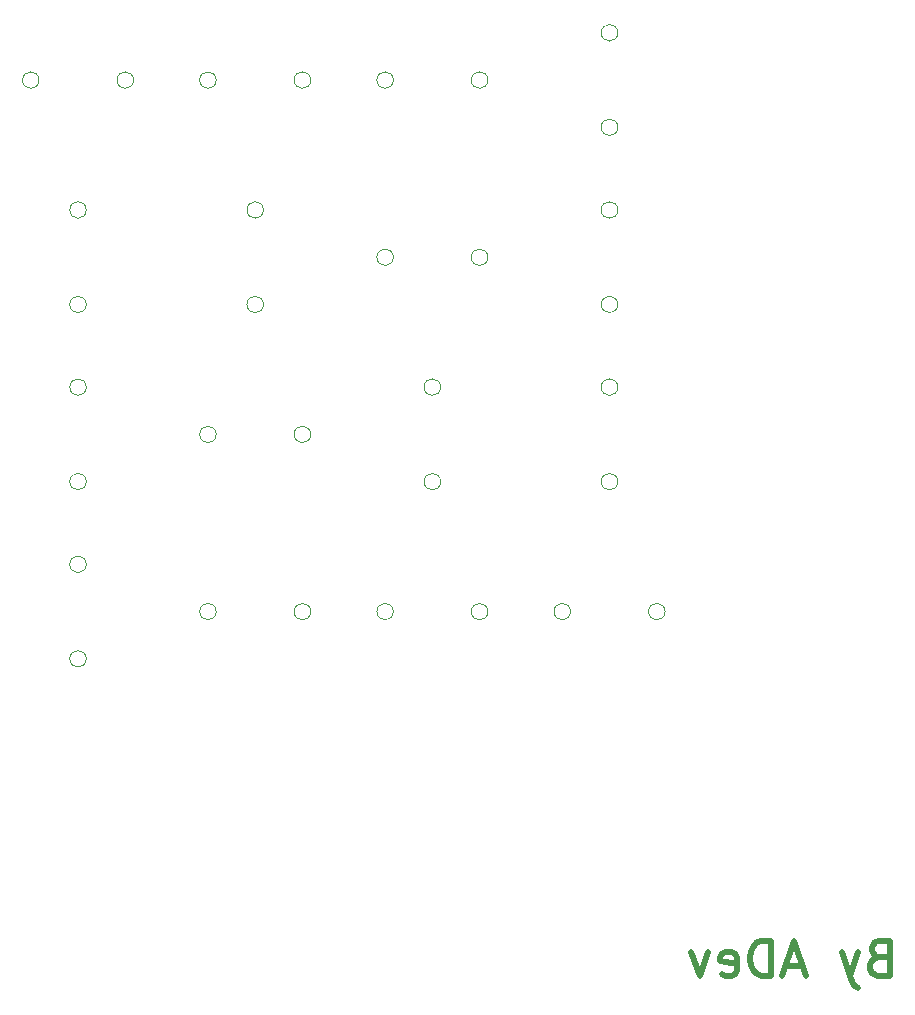
<source format=gbr>
%TF.GenerationSoftware,KiCad,Pcbnew,8.0.5-unknown-202409071504~dab3a38815~ubuntu22.04.1*%
%TF.CreationDate,2024-09-09T13:20:24+01:00*%
%TF.ProjectId,LIS3DH_array,4c495333-4448-45f6-9172-7261792e6b69,rev?*%
%TF.SameCoordinates,Original*%
%TF.FileFunction,Legend,Bot*%
%TF.FilePolarity,Positive*%
%FSLAX46Y46*%
G04 Gerber Fmt 4.6, Leading zero omitted, Abs format (unit mm)*
G04 Created by KiCad (PCBNEW 8.0.5-unknown-202409071504~dab3a38815~ubuntu22.04.1) date 2024-09-09 13:20:24*
%MOMM*%
%LPD*%
G01*
G04 APERTURE LIST*
%ADD10C,0.500000*%
%ADD11C,0.120000*%
%ADD12C,1.000000*%
G04 APERTURE END LIST*
D10*
X167785714Y-154290428D02*
X167357142Y-154433285D01*
X167357142Y-154433285D02*
X167214285Y-154576142D01*
X167214285Y-154576142D02*
X167071428Y-154861857D01*
X167071428Y-154861857D02*
X167071428Y-155290428D01*
X167071428Y-155290428D02*
X167214285Y-155576142D01*
X167214285Y-155576142D02*
X167357142Y-155719000D01*
X167357142Y-155719000D02*
X167642857Y-155861857D01*
X167642857Y-155861857D02*
X168785714Y-155861857D01*
X168785714Y-155861857D02*
X168785714Y-152861857D01*
X168785714Y-152861857D02*
X167785714Y-152861857D01*
X167785714Y-152861857D02*
X167500000Y-153004714D01*
X167500000Y-153004714D02*
X167357142Y-153147571D01*
X167357142Y-153147571D02*
X167214285Y-153433285D01*
X167214285Y-153433285D02*
X167214285Y-153719000D01*
X167214285Y-153719000D02*
X167357142Y-154004714D01*
X167357142Y-154004714D02*
X167500000Y-154147571D01*
X167500000Y-154147571D02*
X167785714Y-154290428D01*
X167785714Y-154290428D02*
X168785714Y-154290428D01*
X166071428Y-153861857D02*
X165357142Y-155861857D01*
X164642857Y-153861857D02*
X165357142Y-155861857D01*
X165357142Y-155861857D02*
X165642857Y-156576142D01*
X165642857Y-156576142D02*
X165785714Y-156719000D01*
X165785714Y-156719000D02*
X166071428Y-156861857D01*
X161357143Y-155004714D02*
X159928572Y-155004714D01*
X161642857Y-155861857D02*
X160642857Y-152861857D01*
X160642857Y-152861857D02*
X159642857Y-155861857D01*
X158642857Y-155861857D02*
X158642857Y-152861857D01*
X158642857Y-152861857D02*
X157928571Y-152861857D01*
X157928571Y-152861857D02*
X157500000Y-153004714D01*
X157500000Y-153004714D02*
X157214285Y-153290428D01*
X157214285Y-153290428D02*
X157071428Y-153576142D01*
X157071428Y-153576142D02*
X156928571Y-154147571D01*
X156928571Y-154147571D02*
X156928571Y-154576142D01*
X156928571Y-154576142D02*
X157071428Y-155147571D01*
X157071428Y-155147571D02*
X157214285Y-155433285D01*
X157214285Y-155433285D02*
X157500000Y-155719000D01*
X157500000Y-155719000D02*
X157928571Y-155861857D01*
X157928571Y-155861857D02*
X158642857Y-155861857D01*
X154500000Y-155719000D02*
X154785714Y-155861857D01*
X154785714Y-155861857D02*
X155357143Y-155861857D01*
X155357143Y-155861857D02*
X155642857Y-155719000D01*
X155642857Y-155719000D02*
X155785714Y-155433285D01*
X155785714Y-155433285D02*
X155785714Y-154290428D01*
X155785714Y-154290428D02*
X155642857Y-154004714D01*
X155642857Y-154004714D02*
X155357143Y-153861857D01*
X155357143Y-153861857D02*
X154785714Y-153861857D01*
X154785714Y-153861857D02*
X154500000Y-154004714D01*
X154500000Y-154004714D02*
X154357143Y-154290428D01*
X154357143Y-154290428D02*
X154357143Y-154576142D01*
X154357143Y-154576142D02*
X155785714Y-154861857D01*
X153357142Y-153861857D02*
X152642856Y-155861857D01*
X152642856Y-155861857D02*
X151928571Y-153861857D01*
D11*
%TO.C,TP16*%
X134700000Y-95005000D02*
G75*
G02*
X133300000Y-95005000I-700000J0D01*
G01*
X133300000Y-95005000D02*
G75*
G02*
X134700000Y-95005000I700000J0D01*
G01*
%TO.C,TP19*%
X96700000Y-80005000D02*
G75*
G02*
X95300000Y-80005000I-700000J0D01*
G01*
X95300000Y-80005000D02*
G75*
G02*
X96700000Y-80005000I700000J0D01*
G01*
%TO.C,TP24*%
X115700001Y-99000000D02*
G75*
G02*
X114300001Y-99000000I-700000J0D01*
G01*
X114300001Y-99000000D02*
G75*
G02*
X115700001Y-99000000I700000J0D01*
G01*
%TO.C,TP59*%
X134700000Y-125004999D02*
G75*
G02*
X133300000Y-125004999I-700000J0D01*
G01*
X133300000Y-125004999D02*
G75*
G02*
X134700000Y-125004999I700000J0D01*
G01*
%TO.C,TP12*%
X134700000Y-80005000D02*
G75*
G02*
X133300000Y-80005000I-700000J0D01*
G01*
X133300000Y-80005000D02*
G75*
G02*
X134700000Y-80005000I700000J0D01*
G01*
%TO.C,TP47*%
X145699999Y-106000000D02*
G75*
G02*
X144299999Y-106000000I-700000J0D01*
G01*
X144299999Y-106000000D02*
G75*
G02*
X145699999Y-106000000I700000J0D01*
G01*
%TO.C,TP21*%
X126700000Y-80005000D02*
G75*
G02*
X125300000Y-80005000I-700000J0D01*
G01*
X125300000Y-80005000D02*
G75*
G02*
X126700000Y-80005000I700000J0D01*
G01*
%TO.C,TP38*%
X111700000Y-110005000D02*
G75*
G02*
X110300000Y-110005000I-700000J0D01*
G01*
X110300000Y-110005000D02*
G75*
G02*
X111700000Y-110005000I700000J0D01*
G01*
%TO.C,TP27*%
X100700001Y-114000000D02*
G75*
G02*
X99300001Y-114000000I-700000J0D01*
G01*
X99300001Y-114000000D02*
G75*
G02*
X100700001Y-114000000I700000J0D01*
G01*
%TO.C,TP58*%
X126700000Y-125005000D02*
G75*
G02*
X125300000Y-125005000I-700000J0D01*
G01*
X125300000Y-125005000D02*
G75*
G02*
X126700000Y-125005000I700000J0D01*
G01*
%TO.C,TP55*%
X119700000Y-125004999D02*
G75*
G02*
X118300000Y-125004999I-700000J0D01*
G01*
X118300000Y-125004999D02*
G75*
G02*
X119700000Y-125004999I700000J0D01*
G01*
%TO.C,TP63*%
X149700000Y-125004999D02*
G75*
G02*
X148300000Y-125004999I-700000J0D01*
G01*
X148300000Y-125004999D02*
G75*
G02*
X149700000Y-125004999I700000J0D01*
G01*
%TO.C,TP14*%
X100700000Y-91000000D02*
G75*
G02*
X99300000Y-91000000I-700000J0D01*
G01*
X99300000Y-91000000D02*
G75*
G02*
X100700000Y-91000000I700000J0D01*
G01*
%TO.C,TP25*%
X126700000Y-95005000D02*
G75*
G02*
X125300000Y-95005000I-700000J0D01*
G01*
X125300000Y-95005000D02*
G75*
G02*
X126700000Y-95005000I700000J0D01*
G01*
%TO.C,TP62*%
X141700000Y-125005000D02*
G75*
G02*
X140300000Y-125005000I-700000J0D01*
G01*
X140300000Y-125005000D02*
G75*
G02*
X141700000Y-125005000I700000J0D01*
G01*
%TO.C,TP11*%
X119700000Y-80005000D02*
G75*
G02*
X118300000Y-80005000I-700000J0D01*
G01*
X118300000Y-80005000D02*
G75*
G02*
X119700000Y-80005000I700000J0D01*
G01*
%TO.C,TP13*%
X145700000Y-84000000D02*
G75*
G02*
X144300000Y-84000000I-700000J0D01*
G01*
X144300000Y-84000000D02*
G75*
G02*
X145700000Y-84000000I700000J0D01*
G01*
%TO.C,TP15*%
X115700000Y-91000000D02*
G75*
G02*
X114300000Y-91000000I-700000J0D01*
G01*
X114300000Y-91000000D02*
G75*
G02*
X115700000Y-91000000I700000J0D01*
G01*
%TO.C,TP23*%
X100700001Y-99000000D02*
G75*
G02*
X99300001Y-99000000I-700000J0D01*
G01*
X99300001Y-99000000D02*
G75*
G02*
X100700001Y-99000000I700000J0D01*
G01*
%TO.C,TP54*%
X111700000Y-125005000D02*
G75*
G02*
X110300000Y-125005000I-700000J0D01*
G01*
X110300000Y-125005000D02*
G75*
G02*
X111700000Y-125005000I700000J0D01*
G01*
%TO.C,TP26*%
X145699999Y-91000000D02*
G75*
G02*
X144299999Y-91000000I-700000J0D01*
G01*
X144299999Y-91000000D02*
G75*
G02*
X145699999Y-91000000I700000J0D01*
G01*
%TO.C,TP46*%
X145700000Y-114000000D02*
G75*
G02*
X144300000Y-114000000I-700000J0D01*
G01*
X144300000Y-114000000D02*
G75*
G02*
X145700000Y-114000000I700000J0D01*
G01*
%TO.C,TP50*%
X100700000Y-121000000D02*
G75*
G02*
X99300000Y-121000000I-700000J0D01*
G01*
X99300000Y-121000000D02*
G75*
G02*
X100700000Y-121000000I700000J0D01*
G01*
%TO.C,TP22*%
X145699999Y-76000000D02*
G75*
G02*
X144299999Y-76000000I-700000J0D01*
G01*
X144299999Y-76000000D02*
G75*
G02*
X145699999Y-76000000I700000J0D01*
G01*
%TO.C,TP17*%
X145700000Y-99000000D02*
G75*
G02*
X144300000Y-99000000I-700000J0D01*
G01*
X144300000Y-99000000D02*
G75*
G02*
X145700000Y-99000000I700000J0D01*
G01*
%TO.C,TP42*%
X130700000Y-114000000D02*
G75*
G02*
X129300000Y-114000000I-700000J0D01*
G01*
X129300000Y-114000000D02*
G75*
G02*
X130700000Y-114000000I700000J0D01*
G01*
%TO.C,TP18*%
X100700000Y-106000000D02*
G75*
G02*
X99300000Y-106000000I-700000J0D01*
G01*
X99300000Y-106000000D02*
G75*
G02*
X100700000Y-106000000I700000J0D01*
G01*
%TO.C,TP39*%
X119700000Y-110004999D02*
G75*
G02*
X118300000Y-110004999I-700000J0D01*
G01*
X118300000Y-110004999D02*
G75*
G02*
X119700000Y-110004999I700000J0D01*
G01*
%TO.C,TP43*%
X130699999Y-106000000D02*
G75*
G02*
X129299999Y-106000000I-700000J0D01*
G01*
X129299999Y-106000000D02*
G75*
G02*
X130699999Y-106000000I700000J0D01*
G01*
%TO.C,TP51*%
X100700001Y-129000000D02*
G75*
G02*
X99300001Y-129000000I-700000J0D01*
G01*
X99300001Y-129000000D02*
G75*
G02*
X100700001Y-129000000I700000J0D01*
G01*
%TO.C,TP10*%
X104700000Y-80005000D02*
G75*
G02*
X103300000Y-80005000I-700000J0D01*
G01*
X103300000Y-80005000D02*
G75*
G02*
X104700000Y-80005000I700000J0D01*
G01*
%TO.C,TP20*%
X111700000Y-80005000D02*
G75*
G02*
X110300000Y-80005000I-700000J0D01*
G01*
X110300000Y-80005000D02*
G75*
G02*
X111700000Y-80005000I700000J0D01*
G01*
%TD*%
%LPC*%
D12*
%TO.C,TP16*%
X134000000Y-95005000D03*
%TD*%
%TO.C,TP19*%
X96000000Y-80005000D03*
%TD*%
%TO.C,TP24*%
X115000001Y-99000000D03*
%TD*%
%TO.C,TP59*%
X134000000Y-125004999D03*
%TD*%
%TO.C,TP12*%
X134000000Y-80005000D03*
%TD*%
%TO.C,TP47*%
X144999999Y-106000000D03*
%TD*%
%TO.C,TP21*%
X126000000Y-80005000D03*
%TD*%
%TO.C,TP38*%
X111000000Y-110005000D03*
%TD*%
%TO.C,TP27*%
X100000001Y-114000000D03*
%TD*%
%TO.C,TP58*%
X126000000Y-125005000D03*
%TD*%
%TO.C,TP55*%
X119000000Y-125004999D03*
%TD*%
%TO.C,TP63*%
X149000000Y-125004999D03*
%TD*%
%TO.C,TP14*%
X100000000Y-91000000D03*
%TD*%
%TO.C,TP25*%
X126000000Y-95005000D03*
%TD*%
%TO.C,TP62*%
X141000000Y-125005000D03*
%TD*%
%TO.C,TP11*%
X119000000Y-80005000D03*
%TD*%
%TO.C,TP13*%
X145000000Y-84000000D03*
%TD*%
%TO.C,TP15*%
X115000000Y-91000000D03*
%TD*%
%TO.C,TP23*%
X100000001Y-99000000D03*
%TD*%
%TO.C,TP54*%
X111000000Y-125005000D03*
%TD*%
%TO.C,TP26*%
X144999999Y-91000000D03*
%TD*%
%TO.C,TP46*%
X145000000Y-114000000D03*
%TD*%
%TO.C,TP50*%
X100000000Y-121000000D03*
%TD*%
%TO.C,TP22*%
X144999999Y-76000000D03*
%TD*%
%TO.C,TP17*%
X145000000Y-99000000D03*
%TD*%
%TO.C,TP42*%
X130000000Y-114000000D03*
%TD*%
%TO.C,TP18*%
X100000000Y-106000000D03*
%TD*%
%TO.C,TP39*%
X119000000Y-110004999D03*
%TD*%
%TO.C,TP43*%
X129999999Y-106000000D03*
%TD*%
%TO.C,TP51*%
X100000001Y-129000000D03*
%TD*%
%TO.C,TP10*%
X104000000Y-80005000D03*
%TD*%
%TO.C,TP20*%
X111000000Y-80005000D03*
%TD*%
%LPD*%
M02*

</source>
